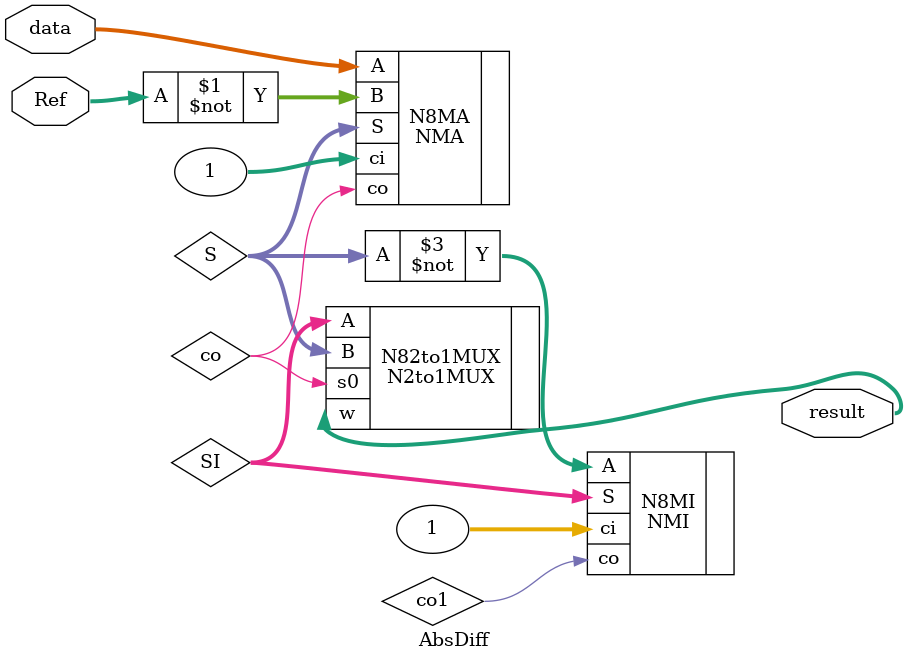
<source format=sv>
 `timescale 1ns/1ns
module AbsDiff (input [7:0] data, Ref, output [7:0] result);
	wire [7:0] S;
	wire [7:0] SI;
	wire co;
	wire co1;
	NMA #(.N(8)) N8MA (.A(data), .B(~Ref), .ci(1), .S(S), .co(co));
	NMI #(.N(8)) N8MI (.A(~S), .ci(1), .S(SI), .co(co1));
	//assign result = (co == 1) ? S : SI;
	N2to1MUX #(.S(8)) N82to1MUX(.A(SI), .B(S), .s0(co), .w(result));
	
endmodule
</source>
